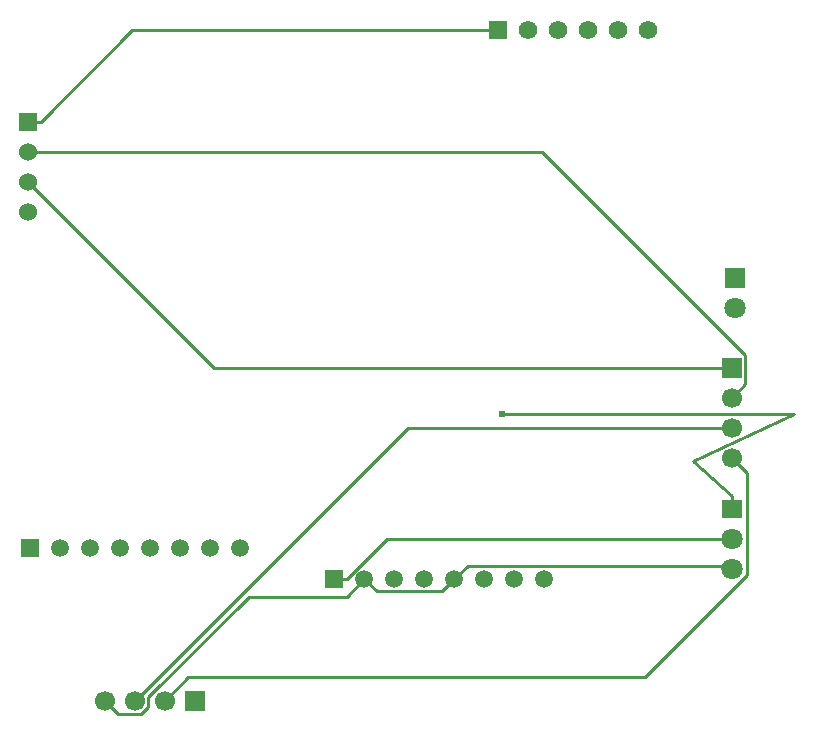
<source format=gtl>
G04 Layer: TopLayer*
G04 EasyEDA v6.5.48, 2025-03-31 11:01:02*
G04 c93689d03b7b4a6a9263e186de41b3b9,93aebdfcfbe24d40a812e2b2de22b7a1,10*
G04 Gerber Generator version 0.2*
G04 Scale: 100 percent, Rotated: No, Reflected: No *
G04 Dimensions in millimeters *
G04 leading zeros omitted , absolute positions ,4 integer and 5 decimal *
%FSLAX45Y45*%
%MOMM*%

%AMMACRO1*21,1,$1,$2,0,0,$3*%
%ADD10C,0.2540*%
%ADD11MACRO1,1.5747X1.5748X0.0000*%
%ADD12C,1.5748*%
%ADD13R,1.5000X1.5000*%
%ADD14C,1.5000*%
%ADD15R,1.5240X1.5240*%
%ADD16C,1.5240*%
%ADD17C,1.8000*%
%ADD18R,1.8000X1.8000*%
%ADD19R,1.8000X1.5748*%
%ADD20R,1.7000X1.7000*%
%ADD21C,1.7000*%
%ADD22C,0.6096*%

%LPD*%
D10*
X6400800Y-4782820D02*
G01*
X6070600Y-4483100D01*
X6923277Y-4089400D01*
X4457700Y-4089400D01*
X6400800Y-4203700D02*
G01*
X3657600Y-4203700D01*
X1346200Y-6515100D01*
X6400800Y-4889500D02*
G01*
X6400800Y-4782794D01*
X444500Y-1612900D02*
G01*
X548665Y-1612900D01*
X548665Y-1612900D02*
G01*
X1323365Y-838200D01*
X4419600Y-838200D01*
X4051300Y-5486400D02*
G01*
X3948201Y-5589498D01*
X3392398Y-5589498D01*
X3289300Y-5486400D01*
X6400800Y-5397500D02*
G01*
X6378422Y-5375122D01*
X4162577Y-5375122D01*
X4051300Y-5486400D01*
X1092200Y-6515100D02*
G01*
X1205280Y-6628180D01*
X1395958Y-6628180D01*
X1459280Y-6564858D01*
X1459280Y-6485991D01*
X2309545Y-5635726D01*
X3139973Y-5635726D01*
X3289300Y-5486400D01*
X3035300Y-5486400D02*
G01*
X3138271Y-5486400D01*
X6400800Y-5143500D02*
G01*
X3481171Y-5143500D01*
X3138271Y-5486400D01*
X444500Y-1866900D02*
G01*
X4790236Y-1866900D01*
X6513906Y-3590569D01*
X6513906Y-3836593D01*
X6400800Y-3949700D01*
X6400800Y-3695700D02*
G01*
X2019300Y-3695700D01*
X444500Y-2120900D01*
X6400800Y-4457700D02*
G01*
X6529146Y-4586046D01*
X6529146Y-5454548D01*
X5666181Y-6317513D01*
X1797786Y-6317513D01*
X1600200Y-6515100D01*
D11*
G01*
X4419607Y-838202D03*
D12*
G01*
X4673574Y-838200D03*
G01*
X4927574Y-838200D03*
G01*
X5181574Y-838200D03*
G01*
X5435574Y-838200D03*
G01*
X5689574Y-838200D03*
D13*
G01*
X3035300Y-5486400D03*
D14*
G01*
X3289300Y-5486400D03*
G01*
X3543300Y-5486400D03*
G01*
X3797300Y-5486400D03*
G01*
X4051300Y-5486400D03*
G01*
X4305300Y-5486400D03*
G01*
X4559300Y-5486400D03*
G01*
X4813300Y-5486400D03*
D13*
G01*
X457200Y-5219700D03*
D14*
G01*
X711200Y-5219700D03*
G01*
X965200Y-5219700D03*
G01*
X1219200Y-5219700D03*
G01*
X1473200Y-5219700D03*
G01*
X1727200Y-5219700D03*
G01*
X1981200Y-5219700D03*
G01*
X2235200Y-5219700D03*
D15*
G01*
X444500Y-1612900D03*
D16*
G01*
X444500Y-1866900D03*
G01*
X444500Y-2120900D03*
G01*
X444500Y-2374900D03*
D17*
G01*
X6426200Y-3187700D03*
D18*
G01*
X6426200Y-2933700D03*
D17*
G01*
X6400800Y-5397500D03*
G01*
X6400800Y-5143500D03*
D19*
G01*
X6400800Y-4889500D03*
D20*
G01*
X1854200Y-6515100D03*
D21*
G01*
X1600200Y-6515100D03*
G01*
X1346200Y-6515100D03*
G01*
X1092200Y-6515100D03*
D20*
G01*
X6400800Y-3695700D03*
D21*
G01*
X6400800Y-3949700D03*
G01*
X6400800Y-4203700D03*
G01*
X6400800Y-4457700D03*
D22*
G01*
X4457700Y-4089400D03*
M02*

</source>
